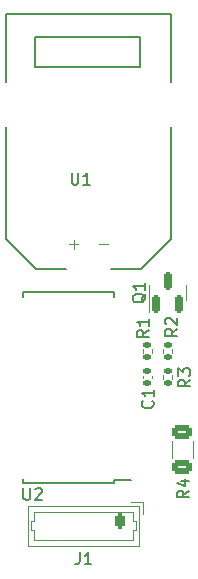
<source format=gbr>
%TF.GenerationSoftware,KiCad,Pcbnew,8.0.4*%
%TF.CreationDate,2024-08-28T21:17:21+02:00*%
%TF.ProjectId,Projektor,50726f6a-656b-4746-9f72-2e6b69636164,rev?*%
%TF.SameCoordinates,Original*%
%TF.FileFunction,Legend,Top*%
%TF.FilePolarity,Positive*%
%FSLAX46Y46*%
G04 Gerber Fmt 4.6, Leading zero omitted, Abs format (unit mm)*
G04 Created by KiCad (PCBNEW 8.0.4) date 2024-08-28 21:17:21*
%MOMM*%
%LPD*%
G01*
G04 APERTURE LIST*
G04 Aperture macros list*
%AMRoundRect*
0 Rectangle with rounded corners*
0 $1 Rounding radius*
0 $2 $3 $4 $5 $6 $7 $8 $9 X,Y pos of 4 corners*
0 Add a 4 corners polygon primitive as box body*
4,1,4,$2,$3,$4,$5,$6,$7,$8,$9,$2,$3,0*
0 Add four circle primitives for the rounded corners*
1,1,$1+$1,$2,$3*
1,1,$1+$1,$4,$5*
1,1,$1+$1,$6,$7*
1,1,$1+$1,$8,$9*
0 Add four rect primitives between the rounded corners*
20,1,$1+$1,$2,$3,$4,$5,0*
20,1,$1+$1,$4,$5,$6,$7,0*
20,1,$1+$1,$6,$7,$8,$9,0*
20,1,$1+$1,$8,$9,$2,$3,0*%
G04 Aperture macros list end*
%ADD10C,0.150000*%
%ADD11C,0.100000*%
%ADD12C,0.120000*%
%ADD13RoundRect,0.150000X0.150000X-0.587500X0.150000X0.587500X-0.150000X0.587500X-0.150000X-0.587500X0*%
%ADD14RoundRect,0.200000X0.200000X0.450000X-0.200000X0.450000X-0.200000X-0.450000X0.200000X-0.450000X0*%
%ADD15O,0.800000X1.300000*%
%ADD16RoundRect,0.140000X-0.170000X0.140000X-0.170000X-0.140000X0.170000X-0.140000X0.170000X0.140000X0*%
%ADD17RoundRect,0.250000X-0.625000X0.312500X-0.625000X-0.312500X0.625000X-0.312500X0.625000X0.312500X0*%
%ADD18RoundRect,0.135000X-0.185000X0.135000X-0.185000X-0.135000X0.185000X-0.135000X0.185000X0.135000X0*%
%ADD19RoundRect,0.135000X0.185000X-0.135000X0.185000X0.135000X-0.185000X0.135000X-0.185000X-0.135000X0*%
%ADD20R,1.200000X0.400000*%
%ADD21C,1.524000*%
%ADD22R,0.250000X1.905000*%
%ADD23C,1.500000*%
G04 APERTURE END LIST*
D10*
X239888082Y-45290238D02*
X239840463Y-45385476D01*
X239840463Y-45385476D02*
X239745225Y-45480714D01*
X239745225Y-45480714D02*
X239602367Y-45623571D01*
X239602367Y-45623571D02*
X239554748Y-45718809D01*
X239554748Y-45718809D02*
X239554748Y-45814047D01*
X239792844Y-45766428D02*
X239745225Y-45861666D01*
X239745225Y-45861666D02*
X239649986Y-45956904D01*
X239649986Y-45956904D02*
X239459510Y-46004523D01*
X239459510Y-46004523D02*
X239126177Y-46004523D01*
X239126177Y-46004523D02*
X238935701Y-45956904D01*
X238935701Y-45956904D02*
X238840463Y-45861666D01*
X238840463Y-45861666D02*
X238792844Y-45766428D01*
X238792844Y-45766428D02*
X238792844Y-45575952D01*
X238792844Y-45575952D02*
X238840463Y-45480714D01*
X238840463Y-45480714D02*
X238935701Y-45385476D01*
X238935701Y-45385476D02*
X239126177Y-45337857D01*
X239126177Y-45337857D02*
X239459510Y-45337857D01*
X239459510Y-45337857D02*
X239649986Y-45385476D01*
X239649986Y-45385476D02*
X239745225Y-45480714D01*
X239745225Y-45480714D02*
X239792844Y-45575952D01*
X239792844Y-45575952D02*
X239792844Y-45766428D01*
X239792844Y-44385476D02*
X239792844Y-44956904D01*
X239792844Y-44671190D02*
X238792844Y-44671190D01*
X238792844Y-44671190D02*
X238935701Y-44766428D01*
X238935701Y-44766428D02*
X239030939Y-44861666D01*
X239030939Y-44861666D02*
X239078558Y-44956904D01*
X234296666Y-67204819D02*
X234296666Y-67919104D01*
X234296666Y-67919104D02*
X234249047Y-68061961D01*
X234249047Y-68061961D02*
X234153809Y-68157200D01*
X234153809Y-68157200D02*
X234010952Y-68204819D01*
X234010952Y-68204819D02*
X233915714Y-68204819D01*
X235296666Y-68204819D02*
X234725238Y-68204819D01*
X235010952Y-68204819D02*
X235010952Y-67204819D01*
X235010952Y-67204819D02*
X234915714Y-67347676D01*
X234915714Y-67347676D02*
X234820476Y-67442914D01*
X234820476Y-67442914D02*
X234725238Y-67490533D01*
X240459580Y-54366666D02*
X240507200Y-54414285D01*
X240507200Y-54414285D02*
X240554819Y-54557142D01*
X240554819Y-54557142D02*
X240554819Y-54652380D01*
X240554819Y-54652380D02*
X240507200Y-54795237D01*
X240507200Y-54795237D02*
X240411961Y-54890475D01*
X240411961Y-54890475D02*
X240316723Y-54938094D01*
X240316723Y-54938094D02*
X240126247Y-54985713D01*
X240126247Y-54985713D02*
X239983390Y-54985713D01*
X239983390Y-54985713D02*
X239792914Y-54938094D01*
X239792914Y-54938094D02*
X239697676Y-54890475D01*
X239697676Y-54890475D02*
X239602438Y-54795237D01*
X239602438Y-54795237D02*
X239554819Y-54652380D01*
X239554819Y-54652380D02*
X239554819Y-54557142D01*
X239554819Y-54557142D02*
X239602438Y-54414285D01*
X239602438Y-54414285D02*
X239650057Y-54366666D01*
X240554819Y-53414285D02*
X240554819Y-53985713D01*
X240554819Y-53699999D02*
X239554819Y-53699999D01*
X239554819Y-53699999D02*
X239697676Y-53795237D01*
X239697676Y-53795237D02*
X239792914Y-53890475D01*
X239792914Y-53890475D02*
X239840533Y-53985713D01*
X243554819Y-61966666D02*
X243078628Y-62299999D01*
X243554819Y-62538094D02*
X242554819Y-62538094D01*
X242554819Y-62538094D02*
X242554819Y-62157142D01*
X242554819Y-62157142D02*
X242602438Y-62061904D01*
X242602438Y-62061904D02*
X242650057Y-62014285D01*
X242650057Y-62014285D02*
X242745295Y-61966666D01*
X242745295Y-61966666D02*
X242888152Y-61966666D01*
X242888152Y-61966666D02*
X242983390Y-62014285D01*
X242983390Y-62014285D02*
X243031009Y-62061904D01*
X243031009Y-62061904D02*
X243078628Y-62157142D01*
X243078628Y-62157142D02*
X243078628Y-62538094D01*
X242888152Y-61109523D02*
X243554819Y-61109523D01*
X242507200Y-61347618D02*
X243221485Y-61585713D01*
X243221485Y-61585713D02*
X243221485Y-60966666D01*
X243654819Y-52566666D02*
X243178628Y-52899999D01*
X243654819Y-53138094D02*
X242654819Y-53138094D01*
X242654819Y-53138094D02*
X242654819Y-52757142D01*
X242654819Y-52757142D02*
X242702438Y-52661904D01*
X242702438Y-52661904D02*
X242750057Y-52614285D01*
X242750057Y-52614285D02*
X242845295Y-52566666D01*
X242845295Y-52566666D02*
X242988152Y-52566666D01*
X242988152Y-52566666D02*
X243083390Y-52614285D01*
X243083390Y-52614285D02*
X243131009Y-52661904D01*
X243131009Y-52661904D02*
X243178628Y-52757142D01*
X243178628Y-52757142D02*
X243178628Y-53138094D01*
X242654819Y-52233332D02*
X242654819Y-51614285D01*
X242654819Y-51614285D02*
X243035771Y-51947618D01*
X243035771Y-51947618D02*
X243035771Y-51804761D01*
X243035771Y-51804761D02*
X243083390Y-51709523D01*
X243083390Y-51709523D02*
X243131009Y-51661904D01*
X243131009Y-51661904D02*
X243226247Y-51614285D01*
X243226247Y-51614285D02*
X243464342Y-51614285D01*
X243464342Y-51614285D02*
X243559580Y-51661904D01*
X243559580Y-51661904D02*
X243607200Y-51709523D01*
X243607200Y-51709523D02*
X243654819Y-51804761D01*
X243654819Y-51804761D02*
X243654819Y-52090475D01*
X243654819Y-52090475D02*
X243607200Y-52185713D01*
X243607200Y-52185713D02*
X243559580Y-52233332D01*
X242554819Y-48266666D02*
X242078628Y-48599999D01*
X242554819Y-48838094D02*
X241554819Y-48838094D01*
X241554819Y-48838094D02*
X241554819Y-48457142D01*
X241554819Y-48457142D02*
X241602438Y-48361904D01*
X241602438Y-48361904D02*
X241650057Y-48314285D01*
X241650057Y-48314285D02*
X241745295Y-48266666D01*
X241745295Y-48266666D02*
X241888152Y-48266666D01*
X241888152Y-48266666D02*
X241983390Y-48314285D01*
X241983390Y-48314285D02*
X242031009Y-48361904D01*
X242031009Y-48361904D02*
X242078628Y-48457142D01*
X242078628Y-48457142D02*
X242078628Y-48838094D01*
X241650057Y-47885713D02*
X241602438Y-47838094D01*
X241602438Y-47838094D02*
X241554819Y-47742856D01*
X241554819Y-47742856D02*
X241554819Y-47504761D01*
X241554819Y-47504761D02*
X241602438Y-47409523D01*
X241602438Y-47409523D02*
X241650057Y-47361904D01*
X241650057Y-47361904D02*
X241745295Y-47314285D01*
X241745295Y-47314285D02*
X241840533Y-47314285D01*
X241840533Y-47314285D02*
X241983390Y-47361904D01*
X241983390Y-47361904D02*
X242554819Y-47933332D01*
X242554819Y-47933332D02*
X242554819Y-47314285D01*
X240154819Y-48366666D02*
X239678628Y-48699999D01*
X240154819Y-48938094D02*
X239154819Y-48938094D01*
X239154819Y-48938094D02*
X239154819Y-48557142D01*
X239154819Y-48557142D02*
X239202438Y-48461904D01*
X239202438Y-48461904D02*
X239250057Y-48414285D01*
X239250057Y-48414285D02*
X239345295Y-48366666D01*
X239345295Y-48366666D02*
X239488152Y-48366666D01*
X239488152Y-48366666D02*
X239583390Y-48414285D01*
X239583390Y-48414285D02*
X239631009Y-48461904D01*
X239631009Y-48461904D02*
X239678628Y-48557142D01*
X239678628Y-48557142D02*
X239678628Y-48938094D01*
X240154819Y-47414285D02*
X240154819Y-47985713D01*
X240154819Y-47699999D02*
X239154819Y-47699999D01*
X239154819Y-47699999D02*
X239297676Y-47795237D01*
X239297676Y-47795237D02*
X239392914Y-47890475D01*
X239392914Y-47890475D02*
X239440533Y-47985713D01*
X229538095Y-61754819D02*
X229538095Y-62564342D01*
X229538095Y-62564342D02*
X229585714Y-62659580D01*
X229585714Y-62659580D02*
X229633333Y-62707200D01*
X229633333Y-62707200D02*
X229728571Y-62754819D01*
X229728571Y-62754819D02*
X229919047Y-62754819D01*
X229919047Y-62754819D02*
X230014285Y-62707200D01*
X230014285Y-62707200D02*
X230061904Y-62659580D01*
X230061904Y-62659580D02*
X230109523Y-62564342D01*
X230109523Y-62564342D02*
X230109523Y-61754819D01*
X230538095Y-61850057D02*
X230585714Y-61802438D01*
X230585714Y-61802438D02*
X230680952Y-61754819D01*
X230680952Y-61754819D02*
X230919047Y-61754819D01*
X230919047Y-61754819D02*
X231014285Y-61802438D01*
X231014285Y-61802438D02*
X231061904Y-61850057D01*
X231061904Y-61850057D02*
X231109523Y-61945295D01*
X231109523Y-61945295D02*
X231109523Y-62040533D01*
X231109523Y-62040533D02*
X231061904Y-62183390D01*
X231061904Y-62183390D02*
X230490476Y-62754819D01*
X230490476Y-62754819D02*
X231109523Y-62754819D01*
X233618095Y-35054819D02*
X233618095Y-35864342D01*
X233618095Y-35864342D02*
X233665714Y-35959580D01*
X233665714Y-35959580D02*
X233713333Y-36007200D01*
X233713333Y-36007200D02*
X233808571Y-36054819D01*
X233808571Y-36054819D02*
X233999047Y-36054819D01*
X233999047Y-36054819D02*
X234094285Y-36007200D01*
X234094285Y-36007200D02*
X234141904Y-35959580D01*
X234141904Y-35959580D02*
X234189523Y-35864342D01*
X234189523Y-35864342D02*
X234189523Y-35054819D01*
X235189523Y-36054819D02*
X234618095Y-36054819D01*
X234903809Y-36054819D02*
X234903809Y-35054819D01*
X234903809Y-35054819D02*
X234808571Y-35197676D01*
X234808571Y-35197676D02*
X234713333Y-35292914D01*
X234713333Y-35292914D02*
X234618095Y-35340533D01*
D11*
X235953884Y-41121466D02*
X236715789Y-41121466D01*
X233413884Y-41121466D02*
X234175789Y-41121466D01*
X233794836Y-41502419D02*
X233794836Y-40740514D01*
D12*
%TO.C,Q1*%
X240178025Y-45195000D02*
X240178025Y-44545000D01*
X240178025Y-45195000D02*
X240178025Y-46870000D01*
X243298025Y-45195000D02*
X243298025Y-44545000D01*
X243298025Y-45195000D02*
X243298025Y-45845000D01*
%TO.C,J1*%
X229890000Y-63240000D02*
X229890000Y-66660000D01*
X229890000Y-66660000D02*
X239360000Y-66660000D01*
X230200000Y-64500000D02*
X230200000Y-65300000D01*
X230200000Y-65300000D02*
X230400000Y-65300000D01*
X230400000Y-63750000D02*
X230400000Y-64500000D01*
X230400000Y-64500000D02*
X230200000Y-64500000D01*
X230400000Y-65300000D02*
X230400000Y-66150000D01*
X230400000Y-66150000D02*
X234625000Y-66150000D01*
X234625000Y-63750000D02*
X230400000Y-63750000D01*
X234625000Y-63750000D02*
X238850000Y-63750000D01*
X238850000Y-63750000D02*
X238850000Y-64500000D01*
X238850000Y-64500000D02*
X239050000Y-64500000D01*
X238850000Y-65300000D02*
X238850000Y-66150000D01*
X238850000Y-66150000D02*
X234625000Y-66150000D01*
X239050000Y-64500000D02*
X239050000Y-65300000D01*
X239050000Y-65300000D02*
X238850000Y-65300000D01*
X239360000Y-63240000D02*
X229890000Y-63240000D01*
X239360000Y-66660000D02*
X239360000Y-63240000D01*
X239650000Y-62950000D02*
X238650000Y-62950000D01*
X239650000Y-62950000D02*
X239650000Y-63950000D01*
%TO.C,C1*%
X239678025Y-52229664D02*
X239678025Y-52445336D01*
X240398025Y-52229664D02*
X240398025Y-52445336D01*
%TO.C,R4*%
X242090000Y-57735436D02*
X242090000Y-59189564D01*
X243910000Y-57735436D02*
X243910000Y-59189564D01*
%TO.C,R3*%
X241358025Y-52213859D02*
X241358025Y-52521141D01*
X242118025Y-52213859D02*
X242118025Y-52521141D01*
%TO.C,R2*%
X241358025Y-50013859D02*
X241358025Y-50321141D01*
X242118025Y-50013859D02*
X242118025Y-50321141D01*
%TO.C,R1*%
X239658025Y-50301141D02*
X239658025Y-49993859D01*
X240418025Y-50301141D02*
X240418025Y-49993859D01*
D10*
%TO.C,U2*%
X229463025Y-45185000D02*
X229463025Y-45532500D01*
X229463025Y-61335000D02*
X229463025Y-60987500D01*
X237213025Y-45185000D02*
X229463025Y-45185000D01*
X237213025Y-45185000D02*
X237213025Y-45532500D01*
X237213025Y-61085000D02*
X238638025Y-61085000D01*
X237213025Y-61335000D02*
X229463025Y-61335000D01*
X237213025Y-61335000D02*
X237213025Y-61085000D01*
%TO.C,U1*%
X228030000Y-21630000D02*
X228030000Y-27345000D01*
X228030000Y-31155000D02*
X228030000Y-40680000D01*
X228030000Y-40680000D02*
X230570000Y-43220000D01*
X230510000Y-23575000D02*
X230510000Y-26115000D01*
X230510000Y-26115000D02*
X239400000Y-26115000D01*
X230570000Y-43220000D02*
X233110000Y-43220000D01*
X239400000Y-23575000D02*
X230510000Y-23575000D01*
X239400000Y-26115000D02*
X239400000Y-23575000D01*
X239460000Y-43220000D02*
X236920000Y-43220000D01*
X239460000Y-43220000D02*
X242000000Y-40680000D01*
X242000000Y-21630000D02*
X228030000Y-21630000D01*
X242000000Y-21630000D02*
X242000000Y-27345000D01*
X242000000Y-31155000D02*
X242000000Y-40680000D01*
%TD*%
%LPC*%
D13*
%TO.C,Q1*%
X240788025Y-46132500D03*
X242688025Y-46132500D03*
X241738025Y-44257500D03*
%TD*%
D14*
%TO.C,J1*%
X237750000Y-64500000D03*
D15*
X236500000Y-64500000D03*
X235250000Y-64500000D03*
X234000000Y-64500000D03*
X232750000Y-64500000D03*
X231500000Y-64500000D03*
%TD*%
D16*
%TO.C,C1*%
X240038025Y-51857500D03*
X240038025Y-52817500D03*
%TD*%
D17*
%TO.C,R4*%
X243000000Y-57000000D03*
X243000000Y-59925000D03*
%TD*%
D18*
%TO.C,R3*%
X241738025Y-51857500D03*
X241738025Y-52877500D03*
%TD*%
%TO.C,R2*%
X241738025Y-49657500D03*
X241738025Y-50677500D03*
%TD*%
D19*
%TO.C,R1*%
X240038025Y-50657500D03*
X240038025Y-49637500D03*
%TD*%
D20*
%TO.C,U2*%
X238038025Y-60562500D03*
X238038025Y-59927500D03*
X238038025Y-59292500D03*
X238038025Y-58657500D03*
X238038025Y-58022500D03*
X238038025Y-57387500D03*
X238038025Y-56752500D03*
X238038025Y-56117500D03*
X238038025Y-55482500D03*
X238038025Y-54847500D03*
X238038025Y-54212500D03*
X238038025Y-53577500D03*
X238038025Y-52942500D03*
X238038025Y-52307500D03*
X238038025Y-51672500D03*
X238038025Y-51037500D03*
X238038025Y-50402500D03*
X238038025Y-49767500D03*
X238038025Y-49132500D03*
X238038025Y-48497500D03*
X238038025Y-47862500D03*
X238038025Y-47227500D03*
X238038025Y-46592500D03*
X238038025Y-45957500D03*
X228638025Y-45957500D03*
X228638025Y-46592500D03*
X228638025Y-47227500D03*
X228638025Y-47862500D03*
X228638025Y-48497500D03*
X228638025Y-49132500D03*
X228638025Y-49767500D03*
X228638025Y-50402500D03*
X228638025Y-51037500D03*
X228638025Y-51672500D03*
X228638025Y-52307500D03*
X228638025Y-52942500D03*
X228638025Y-53577500D03*
X228638025Y-54212500D03*
X228638025Y-54847500D03*
X228638025Y-55482500D03*
X228638025Y-56117500D03*
X228638025Y-56752500D03*
X228638025Y-57387500D03*
X228638025Y-58022500D03*
X228638025Y-58657500D03*
X228638025Y-59292500D03*
X228638025Y-59927500D03*
X228638025Y-60562500D03*
%TD*%
D21*
%TO.C,U1*%
X229875000Y-22900000D03*
X230005000Y-39537000D03*
X240035000Y-22900000D03*
D22*
X231442600Y-24851500D03*
X232027600Y-24851500D03*
X232612600Y-24851500D03*
X233197600Y-24851500D03*
X233782600Y-24851500D03*
X234367600Y-24851500D03*
X234952600Y-24851500D03*
X235537600Y-24851500D03*
X236122600Y-24851500D03*
X236707600Y-24851500D03*
X237292600Y-24851500D03*
X237877600Y-24851500D03*
X238462600Y-24851500D03*
D23*
X233745000Y-42585000D03*
X236285000Y-42585000D03*
%TD*%
%LPD*%
M02*

</source>
